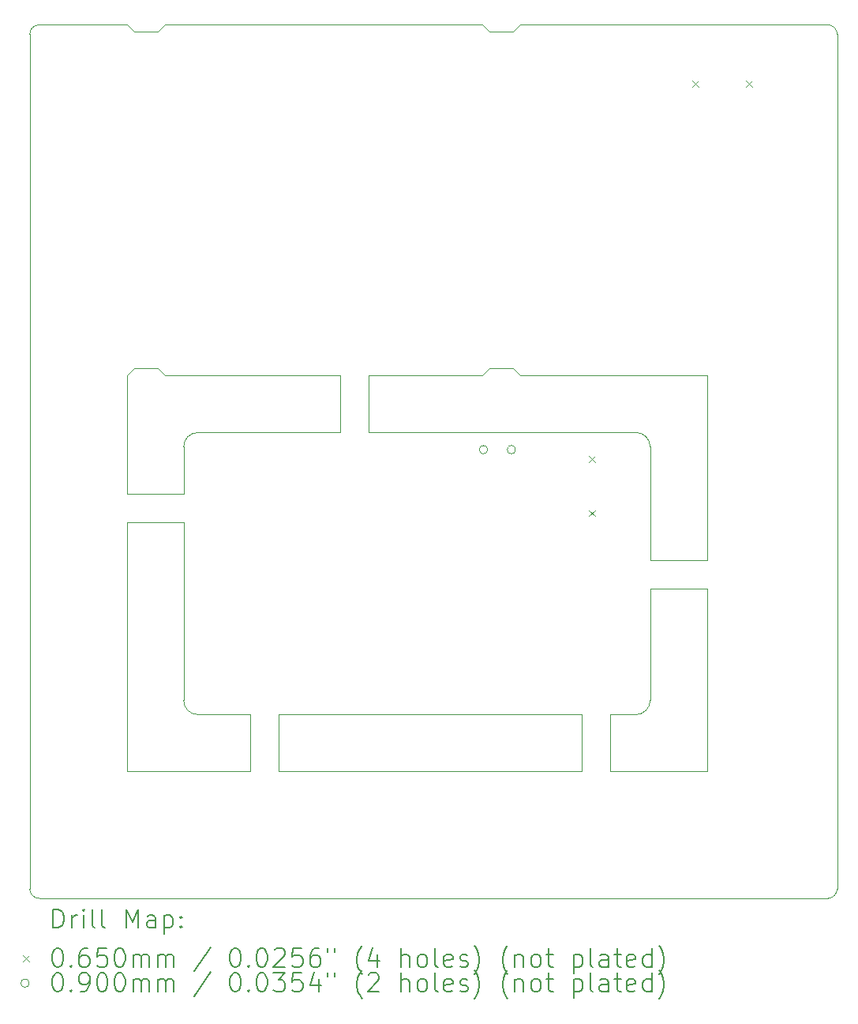
<source format=gbr>
%FSLAX45Y45*%
G04 Gerber Fmt 4.5, Leading zero omitted, Abs format (unit mm)*
G04 Created by KiCad (PCBNEW (6.0.2)) date 2022-03-08 19:39:57*
%MOMM*%
%LPD*%
G01*
G04 APERTURE LIST*
%TA.AperFunction,Profile*%
%ADD10C,0.100000*%
%TD*%
%ADD11C,0.200000*%
%ADD12C,0.065000*%
%ADD13C,0.090000*%
G04 APERTURE END LIST*
D10*
X9779000Y-16192500D02*
X9779000Y-7035800D01*
X15036800Y-10693400D02*
X17043400Y-10693400D01*
X10820400Y-6934200D02*
X9880600Y-6934200D01*
X11430000Y-12268200D02*
X10820400Y-12268200D01*
X13411200Y-11303000D02*
X16281400Y-11303000D01*
X12446000Y-14325600D02*
X15697200Y-14325600D01*
X16002000Y-14325600D02*
X16002000Y-14935200D01*
X16281400Y-14325600D02*
G75*
G03*
X16433800Y-14173200I0J152400D01*
G01*
X16281400Y-14325600D02*
X16002000Y-14325600D01*
X11430000Y-14173200D02*
G75*
G03*
X11582400Y-14325600I152400J0D01*
G01*
X11226800Y-6934200D02*
X11150600Y-7010400D01*
X14630400Y-10693400D02*
X13411200Y-10693400D01*
X14630400Y-10693400D02*
X14706600Y-10617200D01*
X9779000Y-16192500D02*
G75*
G03*
X9880600Y-16294100I101600J0D01*
G01*
X17043400Y-10693400D02*
X17043400Y-12674600D01*
X16002000Y-14935200D02*
X17043400Y-14935200D01*
X11430000Y-11963400D02*
X11430000Y-11455400D01*
X10896600Y-10617200D02*
X11150600Y-10617200D01*
X11582400Y-11303000D02*
G75*
G03*
X11430000Y-11455400I0J-152400D01*
G01*
X10896600Y-7010400D02*
X10820400Y-6934200D01*
X11150600Y-10617200D02*
X11226800Y-10693400D01*
X17043400Y-12979400D02*
X16433800Y-12979400D01*
X15697200Y-14935200D02*
X12446000Y-14935200D01*
X10820400Y-14935200D02*
X12141200Y-14935200D01*
X13411200Y-11303000D02*
X13411200Y-10693400D01*
X17043400Y-14935200D02*
X17043400Y-12979400D01*
X18338800Y-16294100D02*
X9880600Y-16294100D01*
X15697200Y-14325600D02*
X15697200Y-14935200D01*
X17043400Y-12674600D02*
X16433800Y-12674600D01*
X10820400Y-10693400D02*
X10896600Y-10617200D01*
X11582400Y-11303000D02*
X13106400Y-11303000D01*
X12141200Y-14325600D02*
X12141200Y-14935200D01*
X11430000Y-12268200D02*
X11430000Y-14173200D01*
X14960600Y-10617200D02*
X15036800Y-10693400D01*
X15036800Y-6934200D02*
X18338800Y-6934200D01*
X9880600Y-6934200D02*
G75*
G03*
X9779000Y-7035800I0J-101600D01*
G01*
X11430000Y-11963400D02*
X10820400Y-11963400D01*
X13106400Y-11303000D02*
X13106400Y-10693400D01*
X12446000Y-14325600D02*
X12446000Y-14935200D01*
X18338800Y-16294100D02*
G75*
G03*
X18440400Y-16192500I0J101600D01*
G01*
X16433800Y-12979400D02*
X16433800Y-14173200D01*
X16433800Y-11455400D02*
G75*
G03*
X16281400Y-11303000I-152400J0D01*
G01*
X10820400Y-11963400D02*
X10820400Y-10693400D01*
X18440400Y-7035800D02*
X18440400Y-16192500D01*
X18440400Y-7035800D02*
G75*
G03*
X18338800Y-6934200I-101600J0D01*
G01*
X14960600Y-7010400D02*
X14706600Y-7010400D01*
X14706600Y-10617200D02*
X14960600Y-10617200D01*
X11226800Y-10693400D02*
X13106400Y-10693400D01*
X16433800Y-12674600D02*
X16433800Y-11455400D01*
X14630400Y-6934200D02*
X11226800Y-6934200D01*
X10820400Y-12268200D02*
X10820400Y-14935200D01*
X12141200Y-14325600D02*
X11582400Y-14325600D01*
X15036800Y-6934200D02*
X14960600Y-7010400D01*
X14706600Y-7010400D02*
X14630400Y-6934200D01*
X11150600Y-7010400D02*
X10896600Y-7010400D01*
D11*
D12*
X15777600Y-11556500D02*
X15842600Y-11621500D01*
X15842600Y-11556500D02*
X15777600Y-11621500D01*
X15777600Y-12134500D02*
X15842600Y-12199500D01*
X15842600Y-12134500D02*
X15777600Y-12199500D01*
X16887000Y-7534820D02*
X16952000Y-7599820D01*
X16952000Y-7534820D02*
X16887000Y-7599820D01*
X17465000Y-7534820D02*
X17530000Y-7599820D01*
X17530000Y-7534820D02*
X17465000Y-7599820D01*
D13*
X14690500Y-11486100D02*
G75*
G03*
X14690500Y-11486100I-45000J0D01*
G01*
X14990500Y-11486100D02*
G75*
G03*
X14990500Y-11486100I-45000J0D01*
G01*
D11*
X10031619Y-16609576D02*
X10031619Y-16409576D01*
X10079238Y-16409576D01*
X10107810Y-16419100D01*
X10126857Y-16438148D01*
X10136381Y-16457195D01*
X10145905Y-16495290D01*
X10145905Y-16523862D01*
X10136381Y-16561957D01*
X10126857Y-16581005D01*
X10107810Y-16600052D01*
X10079238Y-16609576D01*
X10031619Y-16609576D01*
X10231619Y-16609576D02*
X10231619Y-16476243D01*
X10231619Y-16514338D02*
X10241143Y-16495290D01*
X10250667Y-16485767D01*
X10269714Y-16476243D01*
X10288762Y-16476243D01*
X10355429Y-16609576D02*
X10355429Y-16476243D01*
X10355429Y-16409576D02*
X10345905Y-16419100D01*
X10355429Y-16428624D01*
X10364952Y-16419100D01*
X10355429Y-16409576D01*
X10355429Y-16428624D01*
X10479238Y-16609576D02*
X10460190Y-16600052D01*
X10450667Y-16581005D01*
X10450667Y-16409576D01*
X10584000Y-16609576D02*
X10564952Y-16600052D01*
X10555429Y-16581005D01*
X10555429Y-16409576D01*
X10812571Y-16609576D02*
X10812571Y-16409576D01*
X10879238Y-16552433D01*
X10945905Y-16409576D01*
X10945905Y-16609576D01*
X11126857Y-16609576D02*
X11126857Y-16504814D01*
X11117333Y-16485767D01*
X11098286Y-16476243D01*
X11060190Y-16476243D01*
X11041143Y-16485767D01*
X11126857Y-16600052D02*
X11107810Y-16609576D01*
X11060190Y-16609576D01*
X11041143Y-16600052D01*
X11031619Y-16581005D01*
X11031619Y-16561957D01*
X11041143Y-16542909D01*
X11060190Y-16533386D01*
X11107810Y-16533386D01*
X11126857Y-16523862D01*
X11222095Y-16476243D02*
X11222095Y-16676243D01*
X11222095Y-16485767D02*
X11241143Y-16476243D01*
X11279238Y-16476243D01*
X11298286Y-16485767D01*
X11307809Y-16495290D01*
X11317333Y-16514338D01*
X11317333Y-16571481D01*
X11307809Y-16590528D01*
X11298286Y-16600052D01*
X11279238Y-16609576D01*
X11241143Y-16609576D01*
X11222095Y-16600052D01*
X11403048Y-16590528D02*
X11412571Y-16600052D01*
X11403048Y-16609576D01*
X11393524Y-16600052D01*
X11403048Y-16590528D01*
X11403048Y-16609576D01*
X11403048Y-16485767D02*
X11412571Y-16495290D01*
X11403048Y-16504814D01*
X11393524Y-16495290D01*
X11403048Y-16485767D01*
X11403048Y-16504814D01*
D12*
X9709000Y-16906600D02*
X9774000Y-16971600D01*
X9774000Y-16906600D02*
X9709000Y-16971600D01*
D11*
X10069714Y-16829576D02*
X10088762Y-16829576D01*
X10107810Y-16839100D01*
X10117333Y-16848624D01*
X10126857Y-16867671D01*
X10136381Y-16905767D01*
X10136381Y-16953386D01*
X10126857Y-16991481D01*
X10117333Y-17010529D01*
X10107810Y-17020052D01*
X10088762Y-17029576D01*
X10069714Y-17029576D01*
X10050667Y-17020052D01*
X10041143Y-17010529D01*
X10031619Y-16991481D01*
X10022095Y-16953386D01*
X10022095Y-16905767D01*
X10031619Y-16867671D01*
X10041143Y-16848624D01*
X10050667Y-16839100D01*
X10069714Y-16829576D01*
X10222095Y-17010529D02*
X10231619Y-17020052D01*
X10222095Y-17029576D01*
X10212571Y-17020052D01*
X10222095Y-17010529D01*
X10222095Y-17029576D01*
X10403048Y-16829576D02*
X10364952Y-16829576D01*
X10345905Y-16839100D01*
X10336381Y-16848624D01*
X10317333Y-16877195D01*
X10307810Y-16915290D01*
X10307810Y-16991481D01*
X10317333Y-17010529D01*
X10326857Y-17020052D01*
X10345905Y-17029576D01*
X10384000Y-17029576D01*
X10403048Y-17020052D01*
X10412571Y-17010529D01*
X10422095Y-16991481D01*
X10422095Y-16943862D01*
X10412571Y-16924814D01*
X10403048Y-16915290D01*
X10384000Y-16905767D01*
X10345905Y-16905767D01*
X10326857Y-16915290D01*
X10317333Y-16924814D01*
X10307810Y-16943862D01*
X10603048Y-16829576D02*
X10507810Y-16829576D01*
X10498286Y-16924814D01*
X10507810Y-16915290D01*
X10526857Y-16905767D01*
X10574476Y-16905767D01*
X10593524Y-16915290D01*
X10603048Y-16924814D01*
X10612571Y-16943862D01*
X10612571Y-16991481D01*
X10603048Y-17010529D01*
X10593524Y-17020052D01*
X10574476Y-17029576D01*
X10526857Y-17029576D01*
X10507810Y-17020052D01*
X10498286Y-17010529D01*
X10736381Y-16829576D02*
X10755429Y-16829576D01*
X10774476Y-16839100D01*
X10784000Y-16848624D01*
X10793524Y-16867671D01*
X10803048Y-16905767D01*
X10803048Y-16953386D01*
X10793524Y-16991481D01*
X10784000Y-17010529D01*
X10774476Y-17020052D01*
X10755429Y-17029576D01*
X10736381Y-17029576D01*
X10717333Y-17020052D01*
X10707810Y-17010529D01*
X10698286Y-16991481D01*
X10688762Y-16953386D01*
X10688762Y-16905767D01*
X10698286Y-16867671D01*
X10707810Y-16848624D01*
X10717333Y-16839100D01*
X10736381Y-16829576D01*
X10888762Y-17029576D02*
X10888762Y-16896243D01*
X10888762Y-16915290D02*
X10898286Y-16905767D01*
X10917333Y-16896243D01*
X10945905Y-16896243D01*
X10964952Y-16905767D01*
X10974476Y-16924814D01*
X10974476Y-17029576D01*
X10974476Y-16924814D02*
X10984000Y-16905767D01*
X11003048Y-16896243D01*
X11031619Y-16896243D01*
X11050667Y-16905767D01*
X11060190Y-16924814D01*
X11060190Y-17029576D01*
X11155429Y-17029576D02*
X11155429Y-16896243D01*
X11155429Y-16915290D02*
X11164952Y-16905767D01*
X11184000Y-16896243D01*
X11212571Y-16896243D01*
X11231619Y-16905767D01*
X11241143Y-16924814D01*
X11241143Y-17029576D01*
X11241143Y-16924814D02*
X11250667Y-16905767D01*
X11269714Y-16896243D01*
X11298286Y-16896243D01*
X11317333Y-16905767D01*
X11326857Y-16924814D01*
X11326857Y-17029576D01*
X11717333Y-16820052D02*
X11545905Y-17077195D01*
X11974476Y-16829576D02*
X11993524Y-16829576D01*
X12012571Y-16839100D01*
X12022095Y-16848624D01*
X12031619Y-16867671D01*
X12041143Y-16905767D01*
X12041143Y-16953386D01*
X12031619Y-16991481D01*
X12022095Y-17010529D01*
X12012571Y-17020052D01*
X11993524Y-17029576D01*
X11974476Y-17029576D01*
X11955428Y-17020052D01*
X11945905Y-17010529D01*
X11936381Y-16991481D01*
X11926857Y-16953386D01*
X11926857Y-16905767D01*
X11936381Y-16867671D01*
X11945905Y-16848624D01*
X11955428Y-16839100D01*
X11974476Y-16829576D01*
X12126857Y-17010529D02*
X12136381Y-17020052D01*
X12126857Y-17029576D01*
X12117333Y-17020052D01*
X12126857Y-17010529D01*
X12126857Y-17029576D01*
X12260190Y-16829576D02*
X12279238Y-16829576D01*
X12298286Y-16839100D01*
X12307809Y-16848624D01*
X12317333Y-16867671D01*
X12326857Y-16905767D01*
X12326857Y-16953386D01*
X12317333Y-16991481D01*
X12307809Y-17010529D01*
X12298286Y-17020052D01*
X12279238Y-17029576D01*
X12260190Y-17029576D01*
X12241143Y-17020052D01*
X12231619Y-17010529D01*
X12222095Y-16991481D01*
X12212571Y-16953386D01*
X12212571Y-16905767D01*
X12222095Y-16867671D01*
X12231619Y-16848624D01*
X12241143Y-16839100D01*
X12260190Y-16829576D01*
X12403048Y-16848624D02*
X12412571Y-16839100D01*
X12431619Y-16829576D01*
X12479238Y-16829576D01*
X12498286Y-16839100D01*
X12507809Y-16848624D01*
X12517333Y-16867671D01*
X12517333Y-16886719D01*
X12507809Y-16915290D01*
X12393524Y-17029576D01*
X12517333Y-17029576D01*
X12698286Y-16829576D02*
X12603048Y-16829576D01*
X12593524Y-16924814D01*
X12603048Y-16915290D01*
X12622095Y-16905767D01*
X12669714Y-16905767D01*
X12688762Y-16915290D01*
X12698286Y-16924814D01*
X12707809Y-16943862D01*
X12707809Y-16991481D01*
X12698286Y-17010529D01*
X12688762Y-17020052D01*
X12669714Y-17029576D01*
X12622095Y-17029576D01*
X12603048Y-17020052D01*
X12593524Y-17010529D01*
X12879238Y-16829576D02*
X12841143Y-16829576D01*
X12822095Y-16839100D01*
X12812571Y-16848624D01*
X12793524Y-16877195D01*
X12784000Y-16915290D01*
X12784000Y-16991481D01*
X12793524Y-17010529D01*
X12803048Y-17020052D01*
X12822095Y-17029576D01*
X12860190Y-17029576D01*
X12879238Y-17020052D01*
X12888762Y-17010529D01*
X12898286Y-16991481D01*
X12898286Y-16943862D01*
X12888762Y-16924814D01*
X12879238Y-16915290D01*
X12860190Y-16905767D01*
X12822095Y-16905767D01*
X12803048Y-16915290D01*
X12793524Y-16924814D01*
X12784000Y-16943862D01*
X12974476Y-16829576D02*
X12974476Y-16867671D01*
X13050667Y-16829576D02*
X13050667Y-16867671D01*
X13345905Y-17105767D02*
X13336381Y-17096243D01*
X13317333Y-17067671D01*
X13307809Y-17048624D01*
X13298286Y-17020052D01*
X13288762Y-16972433D01*
X13288762Y-16934338D01*
X13298286Y-16886719D01*
X13307809Y-16858148D01*
X13317333Y-16839100D01*
X13336381Y-16810529D01*
X13345905Y-16801005D01*
X13507809Y-16896243D02*
X13507809Y-17029576D01*
X13460190Y-16820052D02*
X13412571Y-16962910D01*
X13536381Y-16962910D01*
X13764952Y-17029576D02*
X13764952Y-16829576D01*
X13850667Y-17029576D02*
X13850667Y-16924814D01*
X13841143Y-16905767D01*
X13822095Y-16896243D01*
X13793524Y-16896243D01*
X13774476Y-16905767D01*
X13764952Y-16915290D01*
X13974476Y-17029576D02*
X13955428Y-17020052D01*
X13945905Y-17010529D01*
X13936381Y-16991481D01*
X13936381Y-16934338D01*
X13945905Y-16915290D01*
X13955428Y-16905767D01*
X13974476Y-16896243D01*
X14003048Y-16896243D01*
X14022095Y-16905767D01*
X14031619Y-16915290D01*
X14041143Y-16934338D01*
X14041143Y-16991481D01*
X14031619Y-17010529D01*
X14022095Y-17020052D01*
X14003048Y-17029576D01*
X13974476Y-17029576D01*
X14155428Y-17029576D02*
X14136381Y-17020052D01*
X14126857Y-17001005D01*
X14126857Y-16829576D01*
X14307809Y-17020052D02*
X14288762Y-17029576D01*
X14250667Y-17029576D01*
X14231619Y-17020052D01*
X14222095Y-17001005D01*
X14222095Y-16924814D01*
X14231619Y-16905767D01*
X14250667Y-16896243D01*
X14288762Y-16896243D01*
X14307809Y-16905767D01*
X14317333Y-16924814D01*
X14317333Y-16943862D01*
X14222095Y-16962910D01*
X14393524Y-17020052D02*
X14412571Y-17029576D01*
X14450667Y-17029576D01*
X14469714Y-17020052D01*
X14479238Y-17001005D01*
X14479238Y-16991481D01*
X14469714Y-16972433D01*
X14450667Y-16962910D01*
X14422095Y-16962910D01*
X14403048Y-16953386D01*
X14393524Y-16934338D01*
X14393524Y-16924814D01*
X14403048Y-16905767D01*
X14422095Y-16896243D01*
X14450667Y-16896243D01*
X14469714Y-16905767D01*
X14545905Y-17105767D02*
X14555428Y-17096243D01*
X14574476Y-17067671D01*
X14584000Y-17048624D01*
X14593524Y-17020052D01*
X14603048Y-16972433D01*
X14603048Y-16934338D01*
X14593524Y-16886719D01*
X14584000Y-16858148D01*
X14574476Y-16839100D01*
X14555428Y-16810529D01*
X14545905Y-16801005D01*
X14907809Y-17105767D02*
X14898286Y-17096243D01*
X14879238Y-17067671D01*
X14869714Y-17048624D01*
X14860190Y-17020052D01*
X14850667Y-16972433D01*
X14850667Y-16934338D01*
X14860190Y-16886719D01*
X14869714Y-16858148D01*
X14879238Y-16839100D01*
X14898286Y-16810529D01*
X14907809Y-16801005D01*
X14984000Y-16896243D02*
X14984000Y-17029576D01*
X14984000Y-16915290D02*
X14993524Y-16905767D01*
X15012571Y-16896243D01*
X15041143Y-16896243D01*
X15060190Y-16905767D01*
X15069714Y-16924814D01*
X15069714Y-17029576D01*
X15193524Y-17029576D02*
X15174476Y-17020052D01*
X15164952Y-17010529D01*
X15155428Y-16991481D01*
X15155428Y-16934338D01*
X15164952Y-16915290D01*
X15174476Y-16905767D01*
X15193524Y-16896243D01*
X15222095Y-16896243D01*
X15241143Y-16905767D01*
X15250667Y-16915290D01*
X15260190Y-16934338D01*
X15260190Y-16991481D01*
X15250667Y-17010529D01*
X15241143Y-17020052D01*
X15222095Y-17029576D01*
X15193524Y-17029576D01*
X15317333Y-16896243D02*
X15393524Y-16896243D01*
X15345905Y-16829576D02*
X15345905Y-17001005D01*
X15355428Y-17020052D01*
X15374476Y-17029576D01*
X15393524Y-17029576D01*
X15612571Y-16896243D02*
X15612571Y-17096243D01*
X15612571Y-16905767D02*
X15631619Y-16896243D01*
X15669714Y-16896243D01*
X15688762Y-16905767D01*
X15698286Y-16915290D01*
X15707809Y-16934338D01*
X15707809Y-16991481D01*
X15698286Y-17010529D01*
X15688762Y-17020052D01*
X15669714Y-17029576D01*
X15631619Y-17029576D01*
X15612571Y-17020052D01*
X15822095Y-17029576D02*
X15803048Y-17020052D01*
X15793524Y-17001005D01*
X15793524Y-16829576D01*
X15984000Y-17029576D02*
X15984000Y-16924814D01*
X15974476Y-16905767D01*
X15955428Y-16896243D01*
X15917333Y-16896243D01*
X15898286Y-16905767D01*
X15984000Y-17020052D02*
X15964952Y-17029576D01*
X15917333Y-17029576D01*
X15898286Y-17020052D01*
X15888762Y-17001005D01*
X15888762Y-16981957D01*
X15898286Y-16962910D01*
X15917333Y-16953386D01*
X15964952Y-16953386D01*
X15984000Y-16943862D01*
X16050667Y-16896243D02*
X16126857Y-16896243D01*
X16079238Y-16829576D02*
X16079238Y-17001005D01*
X16088762Y-17020052D01*
X16107809Y-17029576D01*
X16126857Y-17029576D01*
X16269714Y-17020052D02*
X16250667Y-17029576D01*
X16212571Y-17029576D01*
X16193524Y-17020052D01*
X16184000Y-17001005D01*
X16184000Y-16924814D01*
X16193524Y-16905767D01*
X16212571Y-16896243D01*
X16250667Y-16896243D01*
X16269714Y-16905767D01*
X16279238Y-16924814D01*
X16279238Y-16943862D01*
X16184000Y-16962910D01*
X16450667Y-17029576D02*
X16450667Y-16829576D01*
X16450667Y-17020052D02*
X16431619Y-17029576D01*
X16393524Y-17029576D01*
X16374476Y-17020052D01*
X16364952Y-17010529D01*
X16355428Y-16991481D01*
X16355428Y-16934338D01*
X16364952Y-16915290D01*
X16374476Y-16905767D01*
X16393524Y-16896243D01*
X16431619Y-16896243D01*
X16450667Y-16905767D01*
X16526857Y-17105767D02*
X16536381Y-17096243D01*
X16555428Y-17067671D01*
X16564952Y-17048624D01*
X16574476Y-17020052D01*
X16584000Y-16972433D01*
X16584000Y-16934338D01*
X16574476Y-16886719D01*
X16564952Y-16858148D01*
X16555428Y-16839100D01*
X16536381Y-16810529D01*
X16526857Y-16801005D01*
D13*
X9774000Y-17203100D02*
G75*
G03*
X9774000Y-17203100I-45000J0D01*
G01*
D11*
X10069714Y-17093576D02*
X10088762Y-17093576D01*
X10107810Y-17103100D01*
X10117333Y-17112624D01*
X10126857Y-17131671D01*
X10136381Y-17169767D01*
X10136381Y-17217386D01*
X10126857Y-17255481D01*
X10117333Y-17274529D01*
X10107810Y-17284052D01*
X10088762Y-17293576D01*
X10069714Y-17293576D01*
X10050667Y-17284052D01*
X10041143Y-17274529D01*
X10031619Y-17255481D01*
X10022095Y-17217386D01*
X10022095Y-17169767D01*
X10031619Y-17131671D01*
X10041143Y-17112624D01*
X10050667Y-17103100D01*
X10069714Y-17093576D01*
X10222095Y-17274529D02*
X10231619Y-17284052D01*
X10222095Y-17293576D01*
X10212571Y-17284052D01*
X10222095Y-17274529D01*
X10222095Y-17293576D01*
X10326857Y-17293576D02*
X10364952Y-17293576D01*
X10384000Y-17284052D01*
X10393524Y-17274529D01*
X10412571Y-17245957D01*
X10422095Y-17207862D01*
X10422095Y-17131671D01*
X10412571Y-17112624D01*
X10403048Y-17103100D01*
X10384000Y-17093576D01*
X10345905Y-17093576D01*
X10326857Y-17103100D01*
X10317333Y-17112624D01*
X10307810Y-17131671D01*
X10307810Y-17179290D01*
X10317333Y-17198338D01*
X10326857Y-17207862D01*
X10345905Y-17217386D01*
X10384000Y-17217386D01*
X10403048Y-17207862D01*
X10412571Y-17198338D01*
X10422095Y-17179290D01*
X10545905Y-17093576D02*
X10564952Y-17093576D01*
X10584000Y-17103100D01*
X10593524Y-17112624D01*
X10603048Y-17131671D01*
X10612571Y-17169767D01*
X10612571Y-17217386D01*
X10603048Y-17255481D01*
X10593524Y-17274529D01*
X10584000Y-17284052D01*
X10564952Y-17293576D01*
X10545905Y-17293576D01*
X10526857Y-17284052D01*
X10517333Y-17274529D01*
X10507810Y-17255481D01*
X10498286Y-17217386D01*
X10498286Y-17169767D01*
X10507810Y-17131671D01*
X10517333Y-17112624D01*
X10526857Y-17103100D01*
X10545905Y-17093576D01*
X10736381Y-17093576D02*
X10755429Y-17093576D01*
X10774476Y-17103100D01*
X10784000Y-17112624D01*
X10793524Y-17131671D01*
X10803048Y-17169767D01*
X10803048Y-17217386D01*
X10793524Y-17255481D01*
X10784000Y-17274529D01*
X10774476Y-17284052D01*
X10755429Y-17293576D01*
X10736381Y-17293576D01*
X10717333Y-17284052D01*
X10707810Y-17274529D01*
X10698286Y-17255481D01*
X10688762Y-17217386D01*
X10688762Y-17169767D01*
X10698286Y-17131671D01*
X10707810Y-17112624D01*
X10717333Y-17103100D01*
X10736381Y-17093576D01*
X10888762Y-17293576D02*
X10888762Y-17160243D01*
X10888762Y-17179290D02*
X10898286Y-17169767D01*
X10917333Y-17160243D01*
X10945905Y-17160243D01*
X10964952Y-17169767D01*
X10974476Y-17188814D01*
X10974476Y-17293576D01*
X10974476Y-17188814D02*
X10984000Y-17169767D01*
X11003048Y-17160243D01*
X11031619Y-17160243D01*
X11050667Y-17169767D01*
X11060190Y-17188814D01*
X11060190Y-17293576D01*
X11155429Y-17293576D02*
X11155429Y-17160243D01*
X11155429Y-17179290D02*
X11164952Y-17169767D01*
X11184000Y-17160243D01*
X11212571Y-17160243D01*
X11231619Y-17169767D01*
X11241143Y-17188814D01*
X11241143Y-17293576D01*
X11241143Y-17188814D02*
X11250667Y-17169767D01*
X11269714Y-17160243D01*
X11298286Y-17160243D01*
X11317333Y-17169767D01*
X11326857Y-17188814D01*
X11326857Y-17293576D01*
X11717333Y-17084052D02*
X11545905Y-17341195D01*
X11974476Y-17093576D02*
X11993524Y-17093576D01*
X12012571Y-17103100D01*
X12022095Y-17112624D01*
X12031619Y-17131671D01*
X12041143Y-17169767D01*
X12041143Y-17217386D01*
X12031619Y-17255481D01*
X12022095Y-17274529D01*
X12012571Y-17284052D01*
X11993524Y-17293576D01*
X11974476Y-17293576D01*
X11955428Y-17284052D01*
X11945905Y-17274529D01*
X11936381Y-17255481D01*
X11926857Y-17217386D01*
X11926857Y-17169767D01*
X11936381Y-17131671D01*
X11945905Y-17112624D01*
X11955428Y-17103100D01*
X11974476Y-17093576D01*
X12126857Y-17274529D02*
X12136381Y-17284052D01*
X12126857Y-17293576D01*
X12117333Y-17284052D01*
X12126857Y-17274529D01*
X12126857Y-17293576D01*
X12260190Y-17093576D02*
X12279238Y-17093576D01*
X12298286Y-17103100D01*
X12307809Y-17112624D01*
X12317333Y-17131671D01*
X12326857Y-17169767D01*
X12326857Y-17217386D01*
X12317333Y-17255481D01*
X12307809Y-17274529D01*
X12298286Y-17284052D01*
X12279238Y-17293576D01*
X12260190Y-17293576D01*
X12241143Y-17284052D01*
X12231619Y-17274529D01*
X12222095Y-17255481D01*
X12212571Y-17217386D01*
X12212571Y-17169767D01*
X12222095Y-17131671D01*
X12231619Y-17112624D01*
X12241143Y-17103100D01*
X12260190Y-17093576D01*
X12393524Y-17093576D02*
X12517333Y-17093576D01*
X12450667Y-17169767D01*
X12479238Y-17169767D01*
X12498286Y-17179290D01*
X12507809Y-17188814D01*
X12517333Y-17207862D01*
X12517333Y-17255481D01*
X12507809Y-17274529D01*
X12498286Y-17284052D01*
X12479238Y-17293576D01*
X12422095Y-17293576D01*
X12403048Y-17284052D01*
X12393524Y-17274529D01*
X12698286Y-17093576D02*
X12603048Y-17093576D01*
X12593524Y-17188814D01*
X12603048Y-17179290D01*
X12622095Y-17169767D01*
X12669714Y-17169767D01*
X12688762Y-17179290D01*
X12698286Y-17188814D01*
X12707809Y-17207862D01*
X12707809Y-17255481D01*
X12698286Y-17274529D01*
X12688762Y-17284052D01*
X12669714Y-17293576D01*
X12622095Y-17293576D01*
X12603048Y-17284052D01*
X12593524Y-17274529D01*
X12879238Y-17160243D02*
X12879238Y-17293576D01*
X12831619Y-17084052D02*
X12784000Y-17226910D01*
X12907809Y-17226910D01*
X12974476Y-17093576D02*
X12974476Y-17131671D01*
X13050667Y-17093576D02*
X13050667Y-17131671D01*
X13345905Y-17369767D02*
X13336381Y-17360243D01*
X13317333Y-17331671D01*
X13307809Y-17312624D01*
X13298286Y-17284052D01*
X13288762Y-17236433D01*
X13288762Y-17198338D01*
X13298286Y-17150719D01*
X13307809Y-17122148D01*
X13317333Y-17103100D01*
X13336381Y-17074529D01*
X13345905Y-17065005D01*
X13412571Y-17112624D02*
X13422095Y-17103100D01*
X13441143Y-17093576D01*
X13488762Y-17093576D01*
X13507809Y-17103100D01*
X13517333Y-17112624D01*
X13526857Y-17131671D01*
X13526857Y-17150719D01*
X13517333Y-17179290D01*
X13403048Y-17293576D01*
X13526857Y-17293576D01*
X13764952Y-17293576D02*
X13764952Y-17093576D01*
X13850667Y-17293576D02*
X13850667Y-17188814D01*
X13841143Y-17169767D01*
X13822095Y-17160243D01*
X13793524Y-17160243D01*
X13774476Y-17169767D01*
X13764952Y-17179290D01*
X13974476Y-17293576D02*
X13955428Y-17284052D01*
X13945905Y-17274529D01*
X13936381Y-17255481D01*
X13936381Y-17198338D01*
X13945905Y-17179290D01*
X13955428Y-17169767D01*
X13974476Y-17160243D01*
X14003048Y-17160243D01*
X14022095Y-17169767D01*
X14031619Y-17179290D01*
X14041143Y-17198338D01*
X14041143Y-17255481D01*
X14031619Y-17274529D01*
X14022095Y-17284052D01*
X14003048Y-17293576D01*
X13974476Y-17293576D01*
X14155428Y-17293576D02*
X14136381Y-17284052D01*
X14126857Y-17265005D01*
X14126857Y-17093576D01*
X14307809Y-17284052D02*
X14288762Y-17293576D01*
X14250667Y-17293576D01*
X14231619Y-17284052D01*
X14222095Y-17265005D01*
X14222095Y-17188814D01*
X14231619Y-17169767D01*
X14250667Y-17160243D01*
X14288762Y-17160243D01*
X14307809Y-17169767D01*
X14317333Y-17188814D01*
X14317333Y-17207862D01*
X14222095Y-17226910D01*
X14393524Y-17284052D02*
X14412571Y-17293576D01*
X14450667Y-17293576D01*
X14469714Y-17284052D01*
X14479238Y-17265005D01*
X14479238Y-17255481D01*
X14469714Y-17236433D01*
X14450667Y-17226910D01*
X14422095Y-17226910D01*
X14403048Y-17217386D01*
X14393524Y-17198338D01*
X14393524Y-17188814D01*
X14403048Y-17169767D01*
X14422095Y-17160243D01*
X14450667Y-17160243D01*
X14469714Y-17169767D01*
X14545905Y-17369767D02*
X14555428Y-17360243D01*
X14574476Y-17331671D01*
X14584000Y-17312624D01*
X14593524Y-17284052D01*
X14603048Y-17236433D01*
X14603048Y-17198338D01*
X14593524Y-17150719D01*
X14584000Y-17122148D01*
X14574476Y-17103100D01*
X14555428Y-17074529D01*
X14545905Y-17065005D01*
X14907809Y-17369767D02*
X14898286Y-17360243D01*
X14879238Y-17331671D01*
X14869714Y-17312624D01*
X14860190Y-17284052D01*
X14850667Y-17236433D01*
X14850667Y-17198338D01*
X14860190Y-17150719D01*
X14869714Y-17122148D01*
X14879238Y-17103100D01*
X14898286Y-17074529D01*
X14907809Y-17065005D01*
X14984000Y-17160243D02*
X14984000Y-17293576D01*
X14984000Y-17179290D02*
X14993524Y-17169767D01*
X15012571Y-17160243D01*
X15041143Y-17160243D01*
X15060190Y-17169767D01*
X15069714Y-17188814D01*
X15069714Y-17293576D01*
X15193524Y-17293576D02*
X15174476Y-17284052D01*
X15164952Y-17274529D01*
X15155428Y-17255481D01*
X15155428Y-17198338D01*
X15164952Y-17179290D01*
X15174476Y-17169767D01*
X15193524Y-17160243D01*
X15222095Y-17160243D01*
X15241143Y-17169767D01*
X15250667Y-17179290D01*
X15260190Y-17198338D01*
X15260190Y-17255481D01*
X15250667Y-17274529D01*
X15241143Y-17284052D01*
X15222095Y-17293576D01*
X15193524Y-17293576D01*
X15317333Y-17160243D02*
X15393524Y-17160243D01*
X15345905Y-17093576D02*
X15345905Y-17265005D01*
X15355428Y-17284052D01*
X15374476Y-17293576D01*
X15393524Y-17293576D01*
X15612571Y-17160243D02*
X15612571Y-17360243D01*
X15612571Y-17169767D02*
X15631619Y-17160243D01*
X15669714Y-17160243D01*
X15688762Y-17169767D01*
X15698286Y-17179290D01*
X15707809Y-17198338D01*
X15707809Y-17255481D01*
X15698286Y-17274529D01*
X15688762Y-17284052D01*
X15669714Y-17293576D01*
X15631619Y-17293576D01*
X15612571Y-17284052D01*
X15822095Y-17293576D02*
X15803048Y-17284052D01*
X15793524Y-17265005D01*
X15793524Y-17093576D01*
X15984000Y-17293576D02*
X15984000Y-17188814D01*
X15974476Y-17169767D01*
X15955428Y-17160243D01*
X15917333Y-17160243D01*
X15898286Y-17169767D01*
X15984000Y-17284052D02*
X15964952Y-17293576D01*
X15917333Y-17293576D01*
X15898286Y-17284052D01*
X15888762Y-17265005D01*
X15888762Y-17245957D01*
X15898286Y-17226910D01*
X15917333Y-17217386D01*
X15964952Y-17217386D01*
X15984000Y-17207862D01*
X16050667Y-17160243D02*
X16126857Y-17160243D01*
X16079238Y-17093576D02*
X16079238Y-17265005D01*
X16088762Y-17284052D01*
X16107809Y-17293576D01*
X16126857Y-17293576D01*
X16269714Y-17284052D02*
X16250667Y-17293576D01*
X16212571Y-17293576D01*
X16193524Y-17284052D01*
X16184000Y-17265005D01*
X16184000Y-17188814D01*
X16193524Y-17169767D01*
X16212571Y-17160243D01*
X16250667Y-17160243D01*
X16269714Y-17169767D01*
X16279238Y-17188814D01*
X16279238Y-17207862D01*
X16184000Y-17226910D01*
X16450667Y-17293576D02*
X16450667Y-17093576D01*
X16450667Y-17284052D02*
X16431619Y-17293576D01*
X16393524Y-17293576D01*
X16374476Y-17284052D01*
X16364952Y-17274529D01*
X16355428Y-17255481D01*
X16355428Y-17198338D01*
X16364952Y-17179290D01*
X16374476Y-17169767D01*
X16393524Y-17160243D01*
X16431619Y-17160243D01*
X16450667Y-17169767D01*
X16526857Y-17369767D02*
X16536381Y-17360243D01*
X16555428Y-17331671D01*
X16564952Y-17312624D01*
X16574476Y-17284052D01*
X16584000Y-17236433D01*
X16584000Y-17198338D01*
X16574476Y-17150719D01*
X16564952Y-17122148D01*
X16555428Y-17103100D01*
X16536381Y-17074529D01*
X16526857Y-17065005D01*
M02*

</source>
